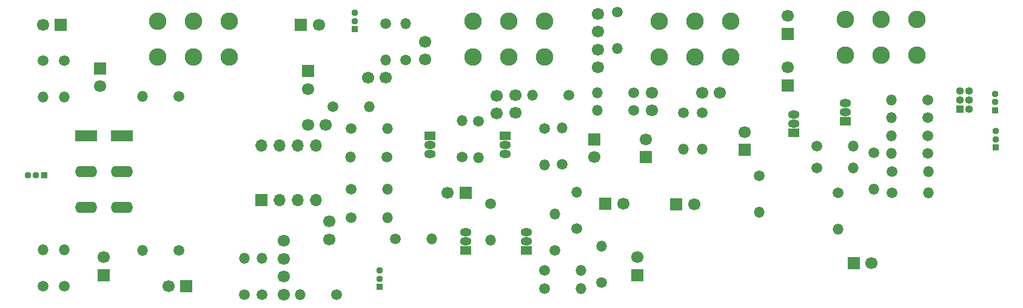
<source format=gbr>
%TF.GenerationSoftware,KiCad,Pcbnew,(5.1.6-0-10_14)*%
%TF.CreationDate,2020-08-17T21:01:39+02:00*%
%TF.ProjectId,MIXER V2 PCB,4d495845-5220-4563-9220-5043422e6b69,rev?*%
%TF.SameCoordinates,Original*%
%TF.FileFunction,Soldermask,Bot*%
%TF.FilePolarity,Negative*%
%FSLAX46Y46*%
G04 Gerber Fmt 4.6, Leading zero omitted, Abs format (unit mm)*
G04 Created by KiCad (PCBNEW (5.1.6-0-10_14)) date 2020-08-17 21:01:39*
%MOMM*%
%LPD*%
G01*
G04 APERTURE LIST*
%ADD10R,1.100000X1.100000*%
%ADD11O,1.100000X1.100000*%
%ADD12C,0.950000*%
%ADD13O,0.950000X0.950000*%
%ADD14R,0.950000X0.950000*%
%ADD15O,1.500000X1.500000*%
%ADD16C,1.500000*%
%ADD17C,1.700000*%
%ADD18R,1.700000X1.700000*%
%ADD19R,1.600000X1.150000*%
%ADD20O,1.600000X1.150000*%
%ADD21C,2.440000*%
%ADD22O,1.700000X1.700000*%
%ADD23R,3.100000X1.600000*%
%ADD24O,3.100000X1.600000*%
G04 APERTURE END LIST*
D10*
%TO.C,SW3*%
X232000000Y-50300000D03*
D11*
X233270000Y-50300000D03*
X232000000Y-49030000D03*
X233270000Y-49030000D03*
X232000000Y-47760000D03*
X233270000Y-47760000D03*
%TD*%
D12*
%TO.C,J1*%
X101873000Y-59500000D03*
D13*
X103000000Y-59500000D03*
D14*
X104159000Y-59500000D03*
%TD*%
D13*
%TO.C,SW2*%
X147500000Y-36841000D03*
X147500000Y-38000000D03*
D14*
X147500000Y-39127000D03*
%TD*%
%TO.C,SW1*%
X151000000Y-75127000D03*
D13*
X151000000Y-74000000D03*
X151000000Y-72841000D03*
%TD*%
D14*
%TO.C,J2*%
X237000000Y-55659000D03*
D13*
X237000000Y-54500000D03*
D12*
X237000000Y-53373000D03*
%TD*%
%TO.C,J4*%
X236900000Y-48173000D03*
D13*
X236900000Y-49300000D03*
D14*
X236900000Y-50459000D03*
%TD*%
D15*
%TO.C,R43*%
X222420000Y-49000000D03*
D16*
X227500000Y-49000000D03*
%TD*%
D17*
%TO.C,C1*%
X143500000Y-52500000D03*
X141000000Y-52500000D03*
%TD*%
%TO.C,C2*%
X144000000Y-66000000D03*
X144000000Y-68500000D03*
%TD*%
%TO.C,C3*%
X181000000Y-57000000D03*
D18*
X181000000Y-54500000D03*
%TD*%
D17*
%TO.C,C4*%
X188200000Y-54500000D03*
D18*
X188200000Y-57000000D03*
%TD*%
D17*
%TO.C,C5*%
X185000000Y-63500000D03*
D18*
X182500000Y-63500000D03*
%TD*%
D17*
%TO.C,C6*%
X160500000Y-62000000D03*
D18*
X163000000Y-62000000D03*
%TD*%
D17*
%TO.C,C7*%
X181500000Y-37000000D03*
X181500000Y-39500000D03*
%TD*%
%TO.C,C8*%
X167334999Y-48400000D03*
X167334999Y-50900000D03*
%TD*%
%TO.C,C9*%
X189000000Y-50500000D03*
X189000000Y-48000000D03*
%TD*%
%TO.C,C10*%
X196000000Y-48000000D03*
X198500000Y-48000000D03*
%TD*%
%TO.C,C11*%
X181500000Y-42000000D03*
X181500000Y-44500000D03*
%TD*%
%TO.C,C12*%
X169950000Y-50850000D03*
X169950000Y-48350000D03*
%TD*%
D18*
%TO.C,C15*%
X217200000Y-71800000D03*
D17*
X219700000Y-71800000D03*
%TD*%
%TO.C,C16*%
X202000000Y-53500000D03*
D18*
X202000000Y-56000000D03*
%TD*%
%TO.C,C17*%
X208000000Y-39800000D03*
D17*
X208000000Y-37300000D03*
%TD*%
D18*
%TO.C,C18*%
X208000000Y-47000000D03*
D17*
X208000000Y-44500000D03*
%TD*%
D18*
%TO.C,C21*%
X187000000Y-73500000D03*
D17*
X187000000Y-71000000D03*
%TD*%
D18*
%TO.C,C22*%
X192400000Y-63600000D03*
D17*
X194900000Y-63600000D03*
%TD*%
D18*
%TO.C,C23*%
X124000000Y-75000000D03*
D17*
X121500000Y-75000000D03*
%TD*%
%TO.C,C24*%
X104000000Y-38500000D03*
D18*
X106500000Y-38500000D03*
%TD*%
%TO.C,C25*%
X112500000Y-73500000D03*
D17*
X112500000Y-71000000D03*
%TD*%
%TO.C,C26*%
X112000000Y-47100000D03*
D18*
X112000000Y-44600000D03*
%TD*%
D17*
%TO.C,C27*%
X137650000Y-68700000D03*
X137650000Y-71200000D03*
%TD*%
%TO.C,C28*%
X151850000Y-45900000D03*
X149350000Y-45900000D03*
%TD*%
%TO.C,C29*%
X137650000Y-73700000D03*
X137650000Y-76200000D03*
%TD*%
%TO.C,C30*%
X157350000Y-43400000D03*
X157350000Y-40900000D03*
%TD*%
%TO.C,C31*%
X142500000Y-38500000D03*
D18*
X140000000Y-38500000D03*
%TD*%
%TO.C,C32*%
X141000000Y-45000000D03*
D17*
X141000000Y-47500000D03*
%TD*%
D19*
%TO.C,Q1*%
X158000000Y-54000000D03*
D20*
X158000000Y-56540000D03*
X158000000Y-55270000D03*
%TD*%
%TO.C,Q2*%
X163000000Y-68730000D03*
X163000000Y-67460000D03*
D19*
X163000000Y-70000000D03*
%TD*%
D20*
%TO.C,Q3*%
X168500000Y-55270000D03*
X168500000Y-56540000D03*
D19*
X168500000Y-54000000D03*
%TD*%
%TO.C,Q4*%
X171500000Y-70000000D03*
D20*
X171500000Y-67460000D03*
X171500000Y-68730000D03*
%TD*%
D19*
%TO.C,Q5*%
X216000000Y-52000000D03*
D20*
X216000000Y-49460000D03*
X216000000Y-50730000D03*
%TD*%
%TO.C,Q6*%
X208800000Y-52330000D03*
X208800000Y-51060000D03*
D19*
X208800000Y-53600000D03*
%TD*%
D16*
%TO.C,R1*%
X152000000Y-57000000D03*
D15*
X146920000Y-57000000D03*
%TD*%
%TO.C,R2*%
X152080000Y-53000000D03*
D16*
X147000000Y-53000000D03*
%TD*%
%TO.C,R3*%
X162500000Y-57000000D03*
D15*
X162500000Y-51920000D03*
%TD*%
D16*
%TO.C,R4*%
X147000000Y-65500000D03*
D15*
X152080000Y-65500000D03*
%TD*%
D16*
%TO.C,R5*%
X166500000Y-63500000D03*
D15*
X166500000Y-68580000D03*
%TD*%
%TO.C,R6*%
X152080000Y-61500000D03*
D16*
X147000000Y-61500000D03*
%TD*%
D15*
%TO.C,R7*%
X176500000Y-52920000D03*
D16*
X176500000Y-58000000D03*
%TD*%
D15*
%TO.C,R8*%
X158280000Y-68400000D03*
D16*
X153200000Y-68400000D03*
%TD*%
%TO.C,R9*%
X174000000Y-53000000D03*
D15*
X174000000Y-58080000D03*
%TD*%
D16*
%TO.C,R10*%
X175500000Y-70000000D03*
D15*
X175500000Y-64920000D03*
%TD*%
%TO.C,R11*%
X184200000Y-41880000D03*
D16*
X184200000Y-36800000D03*
%TD*%
D15*
%TO.C,R12*%
X164800000Y-57080000D03*
D16*
X164800000Y-52000000D03*
%TD*%
D15*
%TO.C,R13*%
X181420000Y-50500000D03*
D16*
X186500000Y-50500000D03*
%TD*%
%TO.C,R14*%
X196000000Y-50800000D03*
D15*
X196000000Y-55880000D03*
%TD*%
D16*
%TO.C,R15*%
X204000000Y-59600000D03*
D15*
X204000000Y-64680000D03*
%TD*%
D16*
%TO.C,R16*%
X193400000Y-50800000D03*
D15*
X193400000Y-55880000D03*
%TD*%
D16*
%TO.C,R17*%
X186500000Y-48000000D03*
D15*
X181420000Y-48000000D03*
%TD*%
D16*
%TO.C,R18*%
X177450000Y-48350000D03*
D15*
X172370000Y-48350000D03*
%TD*%
%TO.C,R19*%
X217080000Y-58500000D03*
D16*
X212000000Y-58500000D03*
%TD*%
D15*
%TO.C,R20*%
X215000000Y-67080000D03*
D16*
X215000000Y-62000000D03*
%TD*%
%TO.C,R21*%
X174000000Y-75400000D03*
D15*
X179080000Y-75400000D03*
%TD*%
D16*
%TO.C,R22*%
X182000000Y-74500000D03*
D15*
X182000000Y-69420000D03*
%TD*%
%TO.C,R23*%
X217080000Y-55500000D03*
D16*
X212000000Y-55500000D03*
%TD*%
%TO.C,R24*%
X220000000Y-56400000D03*
D15*
X220000000Y-61480000D03*
%TD*%
%TO.C,R25*%
X179080000Y-72800000D03*
D16*
X174000000Y-72800000D03*
%TD*%
D15*
%TO.C,R26*%
X227580000Y-62000000D03*
D16*
X222500000Y-62000000D03*
%TD*%
D15*
%TO.C,R27*%
X178500000Y-61920000D03*
D16*
X178500000Y-67000000D03*
%TD*%
D15*
%TO.C,R28*%
X227580000Y-59000000D03*
D16*
X222500000Y-59000000D03*
%TD*%
D15*
%TO.C,R31*%
X104000000Y-69920000D03*
D16*
X104000000Y-75000000D03*
%TD*%
D15*
%TO.C,R32*%
X104000000Y-48580000D03*
D16*
X104000000Y-43500000D03*
%TD*%
%TO.C,R33*%
X107000000Y-75000000D03*
D15*
X107000000Y-69920000D03*
%TD*%
D16*
%TO.C,R34*%
X107000000Y-43500000D03*
D15*
X107000000Y-48580000D03*
%TD*%
%TO.C,R35*%
X117920000Y-70000000D03*
D16*
X123000000Y-70000000D03*
%TD*%
D15*
%TO.C,R36*%
X117920000Y-48500000D03*
D16*
X123000000Y-48500000D03*
%TD*%
%TO.C,R37*%
X134600000Y-76190000D03*
D15*
X134600000Y-71110000D03*
%TD*%
D16*
%TO.C,R38*%
X132150000Y-76200000D03*
D15*
X132150000Y-71120000D03*
%TD*%
D16*
%TO.C,R39*%
X151850000Y-38400000D03*
D15*
X151850000Y-43480000D03*
%TD*%
D16*
%TO.C,R40*%
X144500000Y-50000000D03*
D15*
X149580000Y-50000000D03*
%TD*%
%TO.C,R41*%
X139920000Y-76200000D03*
D16*
X145000000Y-76200000D03*
%TD*%
D15*
%TO.C,R42*%
X154675001Y-38344999D03*
D16*
X154675001Y-43424999D03*
%TD*%
%TO.C,R44*%
X227500000Y-54000000D03*
D15*
X222420000Y-54000000D03*
%TD*%
D21*
%TO.C,RV1*%
X174000000Y-43000000D03*
X169000000Y-43000000D03*
X164000000Y-43000000D03*
X174000000Y-38000000D03*
X169000000Y-38000000D03*
X164000000Y-38000000D03*
%TD*%
%TO.C,RV2*%
X190000000Y-38000000D03*
X195000000Y-38000000D03*
X200000000Y-38000000D03*
X190000000Y-43000000D03*
X195000000Y-43000000D03*
X200000000Y-43000000D03*
%TD*%
%TO.C,RV3*%
X226000000Y-42800000D03*
X221000000Y-42800000D03*
X216000000Y-42800000D03*
X226000000Y-37800000D03*
X221000000Y-37800000D03*
X216000000Y-37800000D03*
%TD*%
%TO.C,RV4*%
X120000000Y-38000000D03*
X125000000Y-38000000D03*
X130000000Y-38000000D03*
X120000000Y-43000000D03*
X125000000Y-43000000D03*
X130000000Y-43000000D03*
%TD*%
D18*
%TO.C,U1*%
X134500000Y-63000000D03*
D22*
X142120000Y-55380000D03*
X137040000Y-63000000D03*
X139580000Y-55380000D03*
X139580000Y-63000000D03*
X137040000Y-55380000D03*
X142120000Y-63000000D03*
X134500000Y-55380000D03*
%TD*%
D23*
%TO.C,J3*%
X115000000Y-54000000D03*
X110000000Y-54000000D03*
D24*
X115000000Y-59000000D03*
X110000000Y-59000000D03*
X115000000Y-64000000D03*
X110000000Y-64000000D03*
%TD*%
D16*
%TO.C,R53*%
X227500000Y-51500000D03*
D15*
X222420000Y-51500000D03*
%TD*%
%TO.C,R54*%
X222420000Y-56500000D03*
D16*
X227500000Y-56500000D03*
%TD*%
M02*

</source>
